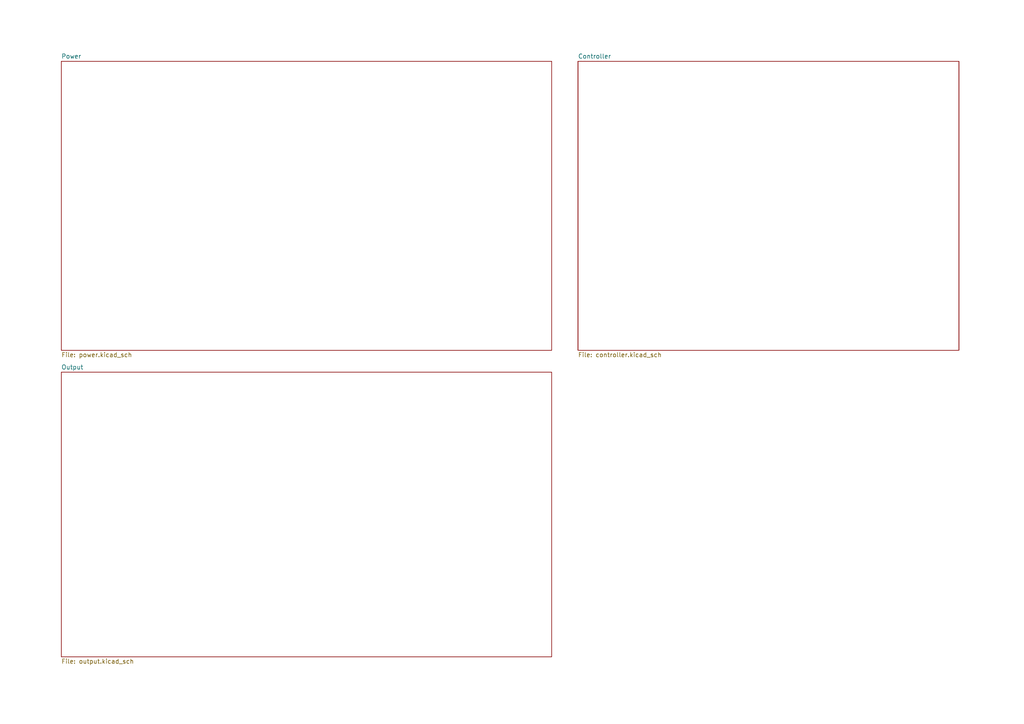
<source format=kicad_sch>
(kicad_sch
	(version 20231120)
	(generator "eeschema")
	(generator_version "8.0")
	(uuid "97dcea26-12d0-47d0-93b2-63cb902a6d29")
	(paper "A4")
	(lib_symbols)
	(sheet
		(at 17.78 107.95)
		(size 142.24 82.55)
		(fields_autoplaced yes)
		(stroke
			(width 0.1524)
			(type solid)
		)
		(fill
			(color 0 0 0 0.0000)
		)
		(uuid "886f8b9d-840c-463b-8a16-f5f2b6382dd1")
		(property "Sheetname" "Output"
			(at 17.78 107.2384 0)
			(effects
				(font
					(size 1.27 1.27)
				)
				(justify left bottom)
			)
		)
		(property "Sheetfile" "output.kicad_sch"
			(at 17.78 191.0846 0)
			(effects
				(font
					(size 1.27 1.27)
				)
				(justify left top)
			)
		)
		(instances
			(project "kicad"
				(path "/97dcea26-12d0-47d0-93b2-63cb902a6d29"
					(page "4")
				)
			)
		)
	)
	(sheet
		(at 167.64 17.78)
		(size 110.49 83.82)
		(fields_autoplaced yes)
		(stroke
			(width 0.1524)
			(type solid)
		)
		(fill
			(color 0 0 0 0.0000)
		)
		(uuid "ba724520-7c5f-43b3-bb4e-a7dc7849453a")
		(property "Sheetname" "Controller"
			(at 167.64 17.0684 0)
			(effects
				(font
					(size 1.27 1.27)
				)
				(justify left bottom)
			)
		)
		(property "Sheetfile" "controller.kicad_sch"
			(at 167.64 102.1846 0)
			(effects
				(font
					(size 1.27 1.27)
				)
				(justify left top)
			)
		)
		(instances
			(project "kicad"
				(path "/97dcea26-12d0-47d0-93b2-63cb902a6d29"
					(page "3")
				)
			)
		)
	)
	(sheet
		(at 17.78 17.78)
		(size 142.24 83.82)
		(fields_autoplaced yes)
		(stroke
			(width 0.1524)
			(type solid)
		)
		(fill
			(color 0 0 0 0.0000)
		)
		(uuid "c02b9e8d-14af-469c-b53e-ecca9aa53ffb")
		(property "Sheetname" "Power"
			(at 17.78 17.0684 0)
			(effects
				(font
					(size 1.27 1.27)
				)
				(justify left bottom)
			)
		)
		(property "Sheetfile" "power.kicad_sch"
			(at 17.78 102.1846 0)
			(effects
				(font
					(size 1.27 1.27)
				)
				(justify left top)
			)
		)
		(instances
			(project "kicad"
				(path "/97dcea26-12d0-47d0-93b2-63cb902a6d29"
					(page "2")
				)
			)
		)
	)
	(sheet_instances
		(path "/"
			(page "1")
		)
	)
)

</source>
